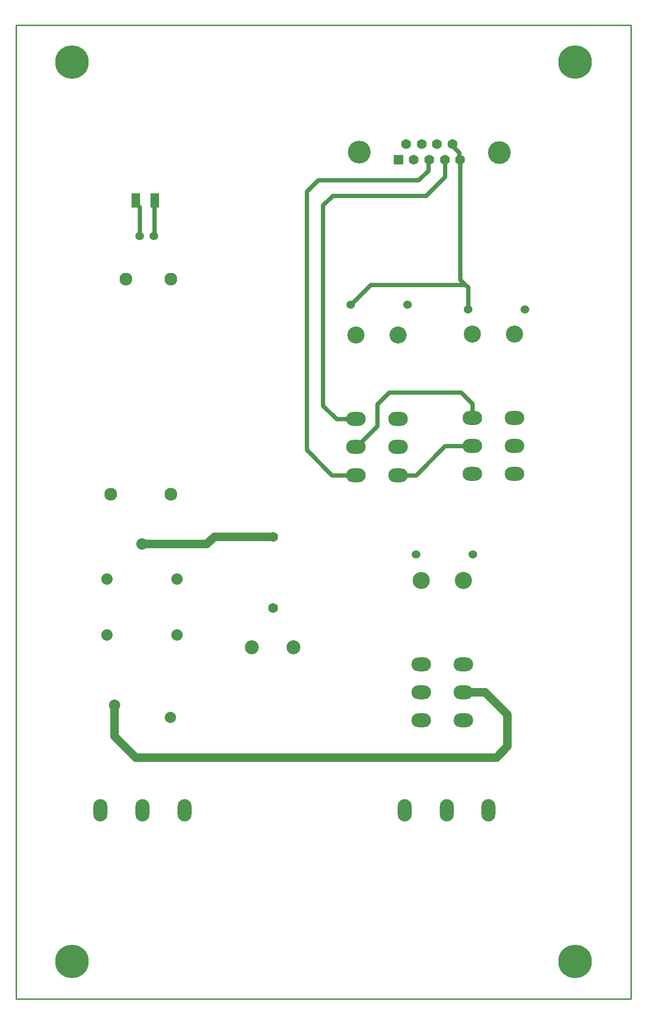
<source format=gtl>
G04*
G04 #@! TF.GenerationSoftware,Altium Limited,Altium Designer,20.1.11 (218)*
G04*
G04 Layer_Physical_Order=1*
G04 Layer_Color=65280*
%FSLAX25Y25*%
%MOIN*%
G70*
G04*
G04 #@! TF.SameCoordinates,B011805C-8237-4A5F-8DD1-956530F10964*
G04*
G04*
G04 #@! TF.FilePolarity,Positive*
G04*
G01*
G75*
%ADD12C,0.01000*%
%ADD24C,0.09843*%
%ADD27R,0.06000X0.10000*%
%ADD28C,0.05906*%
%ADD29C,0.03150*%
%ADD30C,0.06000*%
%ADD31C,0.07000*%
%ADD32R,0.07000X0.07000*%
%ADD33C,0.16000*%
%ADD34C,0.08000*%
%ADD35O,0.13780X0.09843*%
%ADD36C,0.12000*%
%ADD37O,0.09843X0.15748*%
%ADD38C,0.09055*%
%ADD39C,0.07874*%
%ADD40C,0.23622*%
D12*
X-216535Y-342520D02*
Y342520D01*
X216535D01*
Y-342520D02*
Y342520D01*
X-216535Y-342520D02*
X216535D01*
D24*
X-21063Y-95276D02*
D03*
X-50591D02*
D03*
D27*
X-118783Y219291D02*
D03*
X-132283D02*
D03*
D28*
X-76968Y-17520D02*
X-35433D01*
X-82087Y-22638D02*
X-76968Y-17520D01*
X-127953Y-22638D02*
X-82087D01*
X-147244Y-157874D02*
Y-135827D01*
Y-157874D02*
X-132283Y-172835D01*
X121653D02*
X129528Y-164961D01*
X-132283Y-172835D02*
X121653D01*
X129528Y-164961D02*
Y-142520D01*
X98425Y-126772D02*
X113779D01*
X129528Y-142520D01*
D29*
X90821Y257620D02*
Y258661D01*
Y257620D02*
X95485Y252956D01*
Y248398D02*
Y252956D01*
Y248398D02*
X96221Y247661D01*
Y163508D02*
Y247661D01*
Y163508D02*
X99887Y159843D01*
X101732Y142520D02*
Y157998D01*
X99887Y159843D02*
X101732Y157998D01*
X33228Y159843D02*
X99887D01*
X6299Y222441D02*
X72047D01*
X85321Y235715D02*
Y247661D01*
X72047Y222441D02*
X85321Y235715D01*
X73685Y246925D02*
X74421Y247661D01*
X73685Y240220D02*
Y246925D01*
X66929Y233465D02*
X73685Y240220D01*
X-11811Y225590D02*
X-3937Y233465D01*
X66929D01*
X-11811Y43701D02*
Y225590D01*
X5906Y25984D02*
X22835D01*
X-11811Y43701D02*
X5906Y25984D01*
X-394Y74803D02*
Y215748D01*
X6299Y222441D01*
X9055Y65354D02*
X22835D01*
X-394Y74803D02*
X9055Y65354D01*
X19055Y145669D02*
X33228Y159843D01*
X85433Y46457D02*
X104921D01*
X64961Y25984D02*
X85433Y46457D01*
X52362Y25984D02*
X64961D01*
X104921Y66142D02*
Y76181D01*
X96850Y84252D02*
X104921Y76181D01*
X46063Y84252D02*
X96850D01*
X37795Y60630D02*
Y75984D01*
X46063Y84252D01*
X22835Y45669D02*
X22992D01*
X26084Y48761D01*
Y48918D01*
X37795Y60630D01*
X-119156Y218919D02*
X-118783Y219291D01*
X-119156Y194466D02*
Y218919D01*
X-119528Y194095D02*
X-119156Y194466D01*
X-129528Y194095D02*
Y214535D01*
X-132283Y217291D02*
X-129528Y214535D01*
X-132283Y217291D02*
Y219291D01*
D30*
X-119528Y194095D02*
D03*
X-129528D02*
D03*
X101732Y142520D02*
D03*
X141732D02*
D03*
X19055Y145669D02*
D03*
X59055D02*
D03*
X64961Y-29921D02*
D03*
X104961D02*
D03*
D31*
X-35433Y-17520D02*
D03*
Y-67520D02*
D03*
X63521Y247661D02*
D03*
X74421D02*
D03*
X85321D02*
D03*
X96221D02*
D03*
X58121Y258661D02*
D03*
X69021D02*
D03*
X79921D02*
D03*
X90821D02*
D03*
D32*
X52621Y247661D02*
D03*
D33*
X25121Y253161D02*
D03*
X123721Y252661D02*
D03*
D34*
X-103347Y-86614D02*
D03*
X-152559D02*
D03*
X-103347Y-47244D02*
D03*
X-152559D02*
D03*
X-127953Y-22638D02*
D03*
D35*
X104921Y26772D02*
D03*
Y46457D02*
D03*
Y66142D02*
D03*
X134449Y26772D02*
D03*
Y46457D02*
D03*
Y66142D02*
D03*
X68898Y-146457D02*
D03*
Y-126772D02*
D03*
Y-107087D02*
D03*
X98425Y-146457D02*
D03*
Y-126772D02*
D03*
Y-107087D02*
D03*
X22835Y25984D02*
D03*
Y45669D02*
D03*
Y65354D02*
D03*
X52362Y25984D02*
D03*
Y45669D02*
D03*
Y65354D02*
D03*
D36*
X134449Y125197D02*
D03*
X104921D02*
D03*
X98425Y-48031D02*
D03*
X68898D02*
D03*
X52362Y124409D02*
D03*
X22835D02*
D03*
D37*
X-157087Y-209842D02*
D03*
X-127559D02*
D03*
X-98032D02*
D03*
X57087D02*
D03*
X86614D02*
D03*
X116142D02*
D03*
D38*
X-139173Y163976D02*
D03*
X-107677D02*
D03*
X-150000Y12402D02*
D03*
X-107677D02*
D03*
D39*
X-147244Y-135827D02*
D03*
X-107874Y-144488D02*
D03*
D40*
X-177165Y316339D02*
D03*
X177165D02*
D03*
Y-316339D02*
D03*
X-177165D02*
D03*
M02*

</source>
